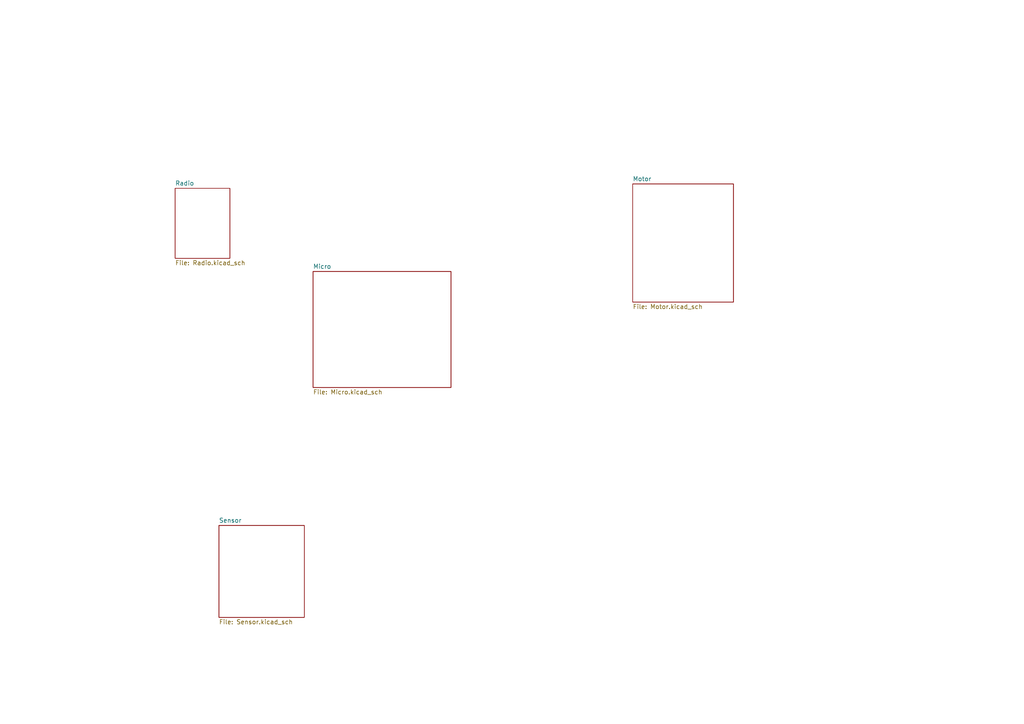
<source format=kicad_sch>
(kicad_sch (version 20230121) (generator eeschema)
  (paper "A4")
  (lib_symbols)
  (sheet (at 50.8 54.61) (size 15.875 20.32) (stroke (width 0.1524))
    (property "Sheetname" "Radio" (at 50.8 53.8984 0) (effects (justify left bottom)))
    (property "Sheetfile" "Radio.kicad_sch" (at 50.8 75.5146 0) (effects (justify left top)))
  )
  (sheet (at 90.805 78.74) (size 40.005 33.655) (stroke (width 0.1524))
    (property "Sheetname" "Micro" (at 90.805 78.0284 0) (effects (justify left bottom)))
    (property "Sheetfile" "Micro.kicad_sch" (at 90.805 112.9796 0) (effects (justify left top)))
  )
  (sheet (at 183.515 53.34) (size 29.21 34.29) (stroke (width 0.1524))
    (property "Sheetname" "Motor" (at 183.515 52.6284 0) (effects (justify left bottom)))
    (property "Sheetfile" "Motor.kicad_sch" (at 183.515 88.2146 0) (effects (justify left top)))
  )
  (sheet (at 63.5 152.4) (size 24.765 26.67) (stroke (width 0.1524))
    (property "Sheetname" "Sensor" (at 63.5 151.6884 0) (effects (justify left bottom)))
    (property "Sheetfile" "Sensor.kicad_sch" (at 63.5 179.6546 0) (effects (justify left top)))
  )
)
</source>
